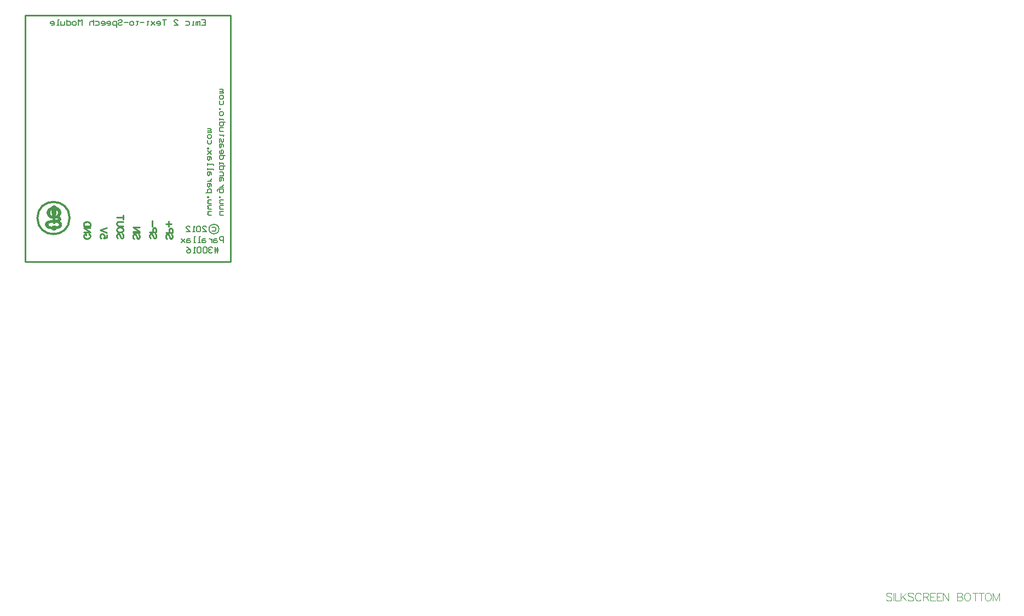
<source format=gbo>
%FSLAX25Y25*%
%MOIN*%
G70*
G01*
G75*
G04 Layer_Color=10080240*
%ADD10O,0.01772X0.05512*%
%ADD11R,0.05118X0.08268*%
%ADD12O,0.00984X0.06102*%
%ADD13O,0.06102X0.00984*%
%ADD14R,0.08661X0.11024*%
%ADD15R,0.11024X0.11024*%
%ADD16R,0.02362X0.03740*%
%ADD17O,0.05512X0.01378*%
%ADD18R,0.06693X0.04134*%
%ADD19C,0.03500*%
%ADD20C,0.02000*%
%ADD21C,0.01200*%
%ADD22C,0.00800*%
%ADD23C,0.01500*%
%ADD24C,0.01400*%
%ADD25C,0.01000*%
%ADD26C,0.00492*%
%ADD27C,0.00787*%
%ADD28C,0.06693*%
%ADD29R,0.06200X0.06200*%
%ADD30C,0.02000*%
%ADD31C,0.00984*%
%ADD32C,0.00100*%
%ADD33C,0.00394*%
%ADD34C,0.02500*%
%ADD35R,0.03937X0.04331*%
%ADD36R,0.04331X0.03937*%
%ADD37R,0.06000X0.05000*%
%ADD38R,0.05000X0.06000*%
%ADD39R,0.07087X0.05512*%
%ADD40R,0.05906X0.05118*%
%ADD41R,0.06200X0.06200*%
%ADD42C,0.06200*%
%ADD43C,0.03000*%
%ADD44C,0.04000*%
%ADD45R,0.03700X0.17300*%
%ADD46O,0.02572X0.06312*%
%ADD47R,0.05918X0.09068*%
%ADD48O,0.01784X0.06902*%
%ADD49O,0.06902X0.01784*%
%ADD50R,0.09461X0.11824*%
%ADD51R,0.11824X0.11824*%
%ADD52R,0.03162X0.04540*%
%ADD53O,0.06312X0.02178*%
%ADD54R,0.07493X0.04934*%
%ADD55C,0.07493*%
%ADD56R,0.07000X0.07000*%
%ADD57R,0.04737X0.05131*%
%ADD58R,0.05131X0.04737*%
%ADD59R,0.06800X0.05800*%
%ADD60R,0.05800X0.06800*%
%ADD61R,0.07887X0.06312*%
%ADD62R,0.06706X0.05918*%
%ADD63R,0.07000X0.07000*%
%ADD64C,0.07000*%
%ADD65R,0.23600X0.08000*%
D21*
X27022Y26527D02*
G03*
X27022Y26527I-9800J0D01*
G01*
D22*
X117900Y19800D02*
G03*
X117900Y19800I-3000J0D01*
G01*
X107467Y147299D02*
X109800D01*
Y143800D01*
X107467D01*
X109800Y145549D02*
X108634D01*
X106301Y143800D02*
Y146133D01*
X105718D01*
X105135Y145549D01*
Y143800D01*
Y145549D01*
X104552Y146133D01*
X103969Y145549D01*
Y143800D01*
X102802D02*
X101636D01*
X102219D01*
Y146133D01*
X102802D01*
X97554D02*
X99303D01*
X99887Y145549D01*
Y144383D01*
X99303Y143800D01*
X97554D01*
X90556D02*
X92889D01*
X90556Y146133D01*
Y146716D01*
X91139Y147299D01*
X92306D01*
X92889Y146716D01*
X85891Y147299D02*
X83558D01*
X84725D01*
Y143800D01*
X80643D02*
X81809D01*
X82392Y144383D01*
Y145549D01*
X81809Y146133D01*
X80643D01*
X80060Y145549D01*
Y144966D01*
X82392D01*
X78893Y146133D02*
X76561Y143800D01*
X77727Y144966D01*
X76561Y146133D01*
X78893Y143800D01*
X74811Y146716D02*
Y146133D01*
X75394D01*
X74228D01*
X74811D01*
Y144383D01*
X74228Y143800D01*
X72479Y145549D02*
X70146D01*
X68397Y146716D02*
Y146133D01*
X68980D01*
X67814D01*
X68397D01*
Y144383D01*
X67814Y143800D01*
X65481D02*
X64315D01*
X63732Y144383D01*
Y145549D01*
X64315Y146133D01*
X65481D01*
X66064Y145549D01*
Y144383D01*
X65481Y143800D01*
X62565Y145549D02*
X60233D01*
X56734Y146716D02*
X57317Y147299D01*
X58483D01*
X59066Y146716D01*
Y146133D01*
X58483Y145549D01*
X57317D01*
X56734Y144966D01*
Y144383D01*
X57317Y143800D01*
X58483D01*
X59066Y144383D01*
X55568Y142634D02*
Y146133D01*
X53818D01*
X53235Y145549D01*
Y144383D01*
X53818Y143800D01*
X55568D01*
X50319D02*
X51486D01*
X52069Y144383D01*
Y145549D01*
X51486Y146133D01*
X50319D01*
X49736Y145549D01*
Y144966D01*
X52069D01*
X46820Y143800D02*
X47987D01*
X48570Y144383D01*
Y145549D01*
X47987Y146133D01*
X46820D01*
X46237Y145549D01*
Y144966D01*
X48570D01*
X42738Y146133D02*
X44488D01*
X45071Y145549D01*
Y144383D01*
X44488Y143800D01*
X42738D01*
X41572Y147299D02*
Y143800D01*
Y145549D01*
X40989Y146133D01*
X39823D01*
X39239Y145549D01*
Y143800D01*
X34574D02*
Y147299D01*
X33408Y146133D01*
X32242Y147299D01*
Y143800D01*
X30492D02*
X29326D01*
X28743Y144383D01*
Y145549D01*
X29326Y146133D01*
X30492D01*
X31075Y145549D01*
Y144383D01*
X30492Y143800D01*
X25244Y147299D02*
Y143800D01*
X26993D01*
X27577Y144383D01*
Y145549D01*
X26993Y146133D01*
X25244D01*
X24078D02*
Y144383D01*
X23495Y143800D01*
X21745D01*
Y146133D01*
X20579Y143800D02*
X19412D01*
X19996D01*
Y147299D01*
X20579D01*
X15914Y143800D02*
X17080D01*
X17663Y144383D01*
Y145549D01*
X17080Y146133D01*
X15914D01*
X15330Y145549D01*
Y144966D01*
X17663D01*
X113333Y28400D02*
X111583D01*
X111000Y28983D01*
X111583Y29566D01*
X111000Y30149D01*
X111583Y30733D01*
X113333D01*
Y31899D02*
X111583D01*
X111000Y32482D01*
X111583Y33065D01*
X111000Y33648D01*
X111583Y34231D01*
X113333D01*
Y35398D02*
X111583D01*
X111000Y35981D01*
X111583Y36564D01*
X111000Y37147D01*
X111583Y37730D01*
X113333D01*
X111000Y38897D02*
X111583D01*
Y39480D01*
X111000D01*
Y38897D01*
X109834Y41812D02*
X113333D01*
Y43562D01*
X112749Y44145D01*
X111583D01*
X111000Y43562D01*
Y41812D01*
X113333Y45894D02*
Y47061D01*
X112749Y47644D01*
X111000D01*
Y45894D01*
X111583Y45311D01*
X112166Y45894D01*
Y47644D01*
X113333Y48810D02*
X111000D01*
X112166D01*
X112749Y49393D01*
X113333Y49976D01*
Y50560D01*
Y52892D02*
Y54058D01*
X112749Y54641D01*
X111000D01*
Y52892D01*
X111583Y52309D01*
X112166Y52892D01*
Y54641D01*
X111000Y55808D02*
Y56974D01*
Y56391D01*
X114499D01*
Y55808D01*
X111000Y58723D02*
Y59890D01*
Y59307D01*
X114499D01*
Y58723D01*
X113333Y62222D02*
Y63389D01*
X112749Y63972D01*
X111000D01*
Y62222D01*
X111583Y61639D01*
X112166Y62222D01*
Y63972D01*
X113333Y65138D02*
X111000Y67471D01*
X112166Y66304D01*
X113333Y67471D01*
X111000Y65138D01*
Y68637D02*
X111583D01*
Y69220D01*
X111000D01*
Y68637D01*
X113333Y73885D02*
Y72136D01*
X112749Y71553D01*
X111583D01*
X111000Y72136D01*
Y73885D01*
Y75635D02*
Y76801D01*
X111583Y77384D01*
X112749D01*
X113333Y76801D01*
Y75635D01*
X112749Y75052D01*
X111583D01*
X111000Y75635D01*
Y78550D02*
X113333D01*
Y79134D01*
X112749Y79717D01*
X111000D01*
X112749D01*
X113333Y80300D01*
X112749Y80883D01*
X111000D01*
X116917Y5400D02*
Y8899D01*
X115751D02*
Y5400D01*
X117500Y7733D02*
X115751D01*
X115167D01*
X117500Y6566D02*
X115167D01*
X114001Y8316D02*
X113418Y8899D01*
X112252D01*
X111669Y8316D01*
Y7733D01*
X112252Y7149D01*
X112835D01*
X112252D01*
X111669Y6566D01*
Y5983D01*
X112252Y5400D01*
X113418D01*
X114001Y5983D01*
X110502Y8316D02*
X109919Y8899D01*
X108753D01*
X108170Y8316D01*
Y5983D01*
X108753Y5400D01*
X109919D01*
X110502Y5983D01*
Y8316D01*
X107003D02*
X106420Y8899D01*
X105254D01*
X104671Y8316D01*
Y5983D01*
X105254Y5400D01*
X106420D01*
X107003Y5983D01*
Y8316D01*
X103505Y5400D02*
X102338D01*
X102921D01*
Y8899D01*
X103505Y8316D01*
X98256Y8899D02*
X99423Y8316D01*
X100589Y7149D01*
Y5983D01*
X100006Y5400D01*
X98839D01*
X98256Y5983D01*
Y6566D01*
X98839Y7149D01*
X100589D01*
X120600Y11700D02*
Y15199D01*
X118851D01*
X118267Y14616D01*
Y13449D01*
X118851Y12866D01*
X120600D01*
X116518Y14033D02*
X115352D01*
X114769Y13449D01*
Y11700D01*
X116518D01*
X117101Y12283D01*
X116518Y12866D01*
X114769D01*
X113602Y14033D02*
Y11700D01*
Y12866D01*
X113019Y13449D01*
X112436Y14033D01*
X111853D01*
X109520D02*
X108354D01*
X107771Y13449D01*
Y11700D01*
X109520D01*
X110103Y12283D01*
X109520Y12866D01*
X107771D01*
X106605Y11700D02*
X105438D01*
X106021D01*
Y15199D01*
X106605D01*
X103689Y11700D02*
X102523D01*
X103106D01*
Y15199D01*
X103689D01*
X100190Y14033D02*
X99024D01*
X98440Y13449D01*
Y11700D01*
X100190D01*
X100773Y12283D01*
X100190Y12866D01*
X98440D01*
X97274Y14033D02*
X94942Y11700D01*
X96108Y12866D01*
X94942Y14033D01*
X97274Y11700D01*
X113767Y20933D02*
X115517D01*
X116100Y20349D01*
Y19183D01*
X115517Y18600D01*
X113767D01*
X107867Y18100D02*
X110200D01*
X107867Y20433D01*
Y21016D01*
X108451Y21599D01*
X109617D01*
X110200Y21016D01*
X106701D02*
X106118Y21599D01*
X104952D01*
X104369Y21016D01*
Y18683D01*
X104952Y18100D01*
X106118D01*
X106701Y18683D01*
Y21016D01*
X103202Y18100D02*
X102036D01*
X102619D01*
Y21599D01*
X103202Y21016D01*
X97954Y18100D02*
X100286D01*
X97954Y20433D01*
Y21016D01*
X98537Y21599D01*
X99703D01*
X100286Y21016D01*
X120533Y28400D02*
X118783D01*
X118200Y28983D01*
X118783Y29566D01*
X118200Y30149D01*
X118783Y30733D01*
X120533D01*
Y31899D02*
X118783D01*
X118200Y32482D01*
X118783Y33065D01*
X118200Y33648D01*
X118783Y34231D01*
X120533D01*
Y35398D02*
X118783D01*
X118200Y35981D01*
X118783Y36564D01*
X118200Y37147D01*
X118783Y37730D01*
X120533D01*
X118200Y38897D02*
X118783D01*
Y39480D01*
X118200D01*
Y38897D01*
X117034Y42979D02*
Y43562D01*
X117617Y44145D01*
X120533D01*
Y42395D01*
X119949Y41812D01*
X118783D01*
X118200Y42395D01*
Y44145D01*
X120533Y45311D02*
X118200D01*
X119366D01*
X119949Y45894D01*
X120533Y46477D01*
Y47061D01*
Y49393D02*
Y50560D01*
X119949Y51143D01*
X118200D01*
Y49393D01*
X118783Y48810D01*
X119366Y49393D01*
Y51143D01*
X118200Y52309D02*
X120533D01*
Y54058D01*
X119949Y54641D01*
X118200D01*
X121699Y58140D02*
X118200D01*
Y56391D01*
X118783Y55808D01*
X119949D01*
X120533Y56391D01*
Y58140D01*
X118200Y59307D02*
Y60473D01*
Y59890D01*
X120533D01*
Y59307D01*
X121699Y64555D02*
X118200D01*
Y62805D01*
X118783Y62222D01*
X119949D01*
X120533Y62805D01*
Y64555D01*
X118200Y67471D02*
Y66304D01*
X118783Y65721D01*
X119949D01*
X120533Y66304D01*
Y67471D01*
X119949Y68054D01*
X119366D01*
Y65721D01*
X120533Y69803D02*
Y70970D01*
X119949Y71553D01*
X118200D01*
Y69803D01*
X118783Y69220D01*
X119366Y69803D01*
Y71553D01*
X118200Y72719D02*
Y74468D01*
X118783Y75052D01*
X119366Y74468D01*
Y73302D01*
X119949Y72719D01*
X120533Y73302D01*
Y75052D01*
X121116Y76801D02*
X120533D01*
Y76218D01*
Y77384D01*
Y76801D01*
X118783D01*
X118200Y77384D01*
X120533Y79134D02*
X118783D01*
X118200Y79717D01*
Y81466D01*
X120533D01*
X121699Y84965D02*
X118200D01*
Y83216D01*
X118783Y82632D01*
X119949D01*
X120533Y83216D01*
Y84965D01*
X118200Y86131D02*
Y87298D01*
Y86715D01*
X120533D01*
Y86131D01*
X118200Y89630D02*
Y90797D01*
X118783Y91380D01*
X119949D01*
X120533Y90797D01*
Y89630D01*
X119949Y89047D01*
X118783D01*
X118200Y89630D01*
Y92546D02*
X118783D01*
Y93129D01*
X118200D01*
Y92546D01*
X120533Y97794D02*
Y96045D01*
X119949Y95462D01*
X118783D01*
X118200Y96045D01*
Y97794D01*
Y99544D02*
Y100710D01*
X118783Y101293D01*
X119949D01*
X120533Y100710D01*
Y99544D01*
X119949Y98961D01*
X118783D01*
X118200Y99544D01*
Y102459D02*
X120533D01*
Y103042D01*
X119949Y103626D01*
X118200D01*
X119949D01*
X120533Y104209D01*
X119949Y104792D01*
X118200D01*
D25*
X79128Y16866D02*
X79509Y16485D01*
X79699Y15914D01*
Y15152D01*
X79509Y14581D01*
X79128Y14200D01*
X78747D01*
X78366Y14390D01*
X78176Y14581D01*
X77985Y14962D01*
X77604Y16104D01*
X77414Y16485D01*
X77223Y16676D01*
X76843Y16866D01*
X76271D01*
X75890Y16485D01*
X75700Y15914D01*
Y15152D01*
X75890Y14581D01*
X76271Y14200D01*
X77604Y17761D02*
Y19475D01*
X77795Y20046D01*
X77985Y20237D01*
X78366Y20427D01*
X78937D01*
X79318Y20237D01*
X79509Y20046D01*
X79699Y19475D01*
Y17761D01*
X75700D01*
X77414Y21322D02*
Y24750D01*
X89028Y16666D02*
X89409Y16285D01*
X89599Y15714D01*
Y14952D01*
X89409Y14381D01*
X89028Y14000D01*
X88647D01*
X88266Y14190D01*
X88076Y14381D01*
X87885Y14762D01*
X87504Y15904D01*
X87314Y16285D01*
X87124Y16476D01*
X86743Y16666D01*
X86171D01*
X85790Y16285D01*
X85600Y15714D01*
Y14952D01*
X85790Y14381D01*
X86171Y14000D01*
X87504Y17561D02*
Y19275D01*
X87695Y19846D01*
X87885Y20037D01*
X88266Y20227D01*
X88837D01*
X89218Y20037D01*
X89409Y19846D01*
X89599Y19275D01*
Y17561D01*
X85600D01*
X89028Y22836D02*
X85600D01*
X87314Y21122D02*
Y24550D01*
X69028Y16666D02*
X69409Y16285D01*
X69599Y15714D01*
Y14952D01*
X69409Y14381D01*
X69028Y14000D01*
X68647D01*
X68266Y14190D01*
X68076Y14381D01*
X67885Y14762D01*
X67504Y15904D01*
X67314Y16285D01*
X67124Y16476D01*
X66743Y16666D01*
X66171D01*
X65790Y16285D01*
X65600Y15714D01*
Y14952D01*
X65790Y14381D01*
X66171Y14000D01*
X69599Y17561D02*
X65600D01*
X69599Y18399D02*
X65600D01*
X69599D02*
X65600Y21065D01*
X69599D02*
X65600D01*
X59128Y16866D02*
X59509Y16485D01*
X59699Y15914D01*
Y15152D01*
X59509Y14581D01*
X59128Y14200D01*
X58747D01*
X58366Y14390D01*
X58176Y14581D01*
X57985Y14962D01*
X57604Y16104D01*
X57414Y16485D01*
X57223Y16676D01*
X56843Y16866D01*
X56271D01*
X55890Y16485D01*
X55700Y15914D01*
Y15152D01*
X55890Y14581D01*
X56271Y14200D01*
X59699Y18904D02*
X59509Y18523D01*
X59128Y18142D01*
X58747Y17952D01*
X58176Y17761D01*
X57223D01*
X56652Y17952D01*
X56271Y18142D01*
X55890Y18523D01*
X55700Y18904D01*
Y19666D01*
X55890Y20046D01*
X56271Y20427D01*
X56652Y20618D01*
X57223Y20808D01*
X58176D01*
X58747Y20618D01*
X59128Y20427D01*
X59509Y20046D01*
X59699Y19666D01*
Y18904D01*
Y21741D02*
X56843D01*
X56271Y21932D01*
X55890Y22312D01*
X55700Y22884D01*
Y23265D01*
X55890Y23836D01*
X56271Y24217D01*
X56843Y24407D01*
X59699D01*
Y26845D02*
X55700D01*
X59699Y25512D02*
Y28178D01*
X49499Y16385D02*
Y14481D01*
X47785Y14290D01*
X47976Y14481D01*
X48166Y15052D01*
Y15623D01*
X47976Y16195D01*
X47595Y16576D01*
X47023Y16766D01*
X46643D01*
X46071Y16576D01*
X45690Y16195D01*
X45500Y15623D01*
Y15052D01*
X45690Y14481D01*
X45881Y14290D01*
X46262Y14100D01*
X49499Y17661D02*
X45500Y19185D01*
X49499Y20708D02*
X45500Y19185D01*
X38647Y16857D02*
X39028Y16666D01*
X39409Y16285D01*
X39599Y15904D01*
Y15143D01*
X39409Y14762D01*
X39028Y14381D01*
X38647Y14190D01*
X38076Y14000D01*
X37124D01*
X36552Y14190D01*
X36171Y14381D01*
X35790Y14762D01*
X35600Y15143D01*
Y15904D01*
X35790Y16285D01*
X36171Y16666D01*
X36552Y16857D01*
X37124D01*
Y15904D02*
Y16857D01*
X39599Y17771D02*
X35600D01*
X39599D02*
X35600Y20437D01*
X39599D02*
X35600D01*
X39599Y21541D02*
X35600D01*
X39599D02*
Y22874D01*
X39409Y23446D01*
X39028Y23826D01*
X38647Y24017D01*
X38076Y24207D01*
X37124D01*
X36552Y24017D01*
X36171Y23826D01*
X35790Y23446D01*
X35600Y22874D01*
Y21541D01*
X0Y0D02*
X125000D01*
X0Y150000D02*
X125000D01*
X0Y0D02*
Y150000D01*
X125000Y0D02*
Y150000D01*
D26*
X527484Y-202357D02*
X527015Y-201888D01*
X526313Y-201654D01*
X525375D01*
X524673Y-201888D01*
X524204Y-202357D01*
Y-202825D01*
X524438Y-203294D01*
X524673Y-203528D01*
X525141Y-203763D01*
X526547Y-204231D01*
X527015Y-204465D01*
X527250Y-204700D01*
X527484Y-205168D01*
Y-205871D01*
X527015Y-206340D01*
X526313Y-206574D01*
X525375D01*
X524673Y-206340D01*
X524204Y-205871D01*
X528585Y-201654D02*
Y-206574D01*
X529616Y-201654D02*
Y-206574D01*
X532428D01*
X532967Y-201654D02*
Y-206574D01*
X536247Y-201654D02*
X532967Y-204934D01*
X534138Y-203763D02*
X536247Y-206574D01*
X540628Y-202357D02*
X540160Y-201888D01*
X539457Y-201654D01*
X538519D01*
X537816Y-201888D01*
X537348Y-202357D01*
Y-202825D01*
X537582Y-203294D01*
X537816Y-203528D01*
X538285Y-203763D01*
X539691Y-204231D01*
X540160Y-204465D01*
X540394Y-204700D01*
X540628Y-205168D01*
Y-205871D01*
X540160Y-206340D01*
X539457Y-206574D01*
X538519D01*
X537816Y-206340D01*
X537348Y-205871D01*
X545244Y-202825D02*
X545009Y-202357D01*
X544541Y-201888D01*
X544072Y-201654D01*
X543135D01*
X542666Y-201888D01*
X542198Y-202357D01*
X541964Y-202825D01*
X541729Y-203528D01*
Y-204700D01*
X541964Y-205402D01*
X542198Y-205871D01*
X542666Y-206340D01*
X543135Y-206574D01*
X544072D01*
X544541Y-206340D01*
X545009Y-205871D01*
X545244Y-205402D01*
X546626Y-201654D02*
Y-206574D01*
Y-201654D02*
X548735D01*
X549438Y-201888D01*
X549672Y-202122D01*
X549906Y-202591D01*
Y-203060D01*
X549672Y-203528D01*
X549438Y-203763D01*
X548735Y-203997D01*
X546626D01*
X548266D02*
X549906Y-206574D01*
X554053Y-201654D02*
X551007D01*
Y-206574D01*
X554053D01*
X551007Y-203997D02*
X552882D01*
X557919Y-201654D02*
X554873D01*
Y-206574D01*
X557919D01*
X554873Y-203997D02*
X556748D01*
X558739Y-201654D02*
Y-206574D01*
Y-201654D02*
X562019Y-206574D01*
Y-201654D02*
Y-206574D01*
X567244Y-201654D02*
Y-206574D01*
Y-201654D02*
X569353D01*
X570056Y-201888D01*
X570290Y-202122D01*
X570524Y-202591D01*
Y-203060D01*
X570290Y-203528D01*
X570056Y-203763D01*
X569353Y-203997D01*
X567244D02*
X569353D01*
X570056Y-204231D01*
X570290Y-204465D01*
X570524Y-204934D01*
Y-205637D01*
X570290Y-206105D01*
X570056Y-206340D01*
X569353Y-206574D01*
X567244D01*
X573031Y-201654D02*
X572563Y-201888D01*
X572094Y-202357D01*
X571860Y-202825D01*
X571625Y-203528D01*
Y-204700D01*
X571860Y-205402D01*
X572094Y-205871D01*
X572563Y-206340D01*
X573031Y-206574D01*
X573968D01*
X574437Y-206340D01*
X574905Y-205871D01*
X575140Y-205402D01*
X575374Y-204700D01*
Y-203528D01*
X575140Y-202825D01*
X574905Y-202357D01*
X574437Y-201888D01*
X573968Y-201654D01*
X573031D01*
X578162D02*
Y-206574D01*
X576522Y-201654D02*
X579802D01*
X582028D02*
Y-206574D01*
X580388Y-201654D02*
X583668D01*
X585660D02*
X585191Y-201888D01*
X584723Y-202357D01*
X584488Y-202825D01*
X584254Y-203528D01*
Y-204700D01*
X584488Y-205402D01*
X584723Y-205871D01*
X585191Y-206340D01*
X585660Y-206574D01*
X586597D01*
X587066Y-206340D01*
X587534Y-205871D01*
X587768Y-205402D01*
X588003Y-204700D01*
Y-203528D01*
X587768Y-202825D01*
X587534Y-202357D01*
X587066Y-201888D01*
X586597Y-201654D01*
X585660D01*
X589151D02*
Y-206574D01*
Y-201654D02*
X591025Y-206574D01*
X592899Y-201654D02*
X591025Y-206574D01*
X592899Y-201654D02*
Y-206574D01*
D32*
X16950Y34117D02*
X17850D01*
X16750Y34017D02*
X18050D01*
X16550Y33917D02*
X18250D01*
X16450Y33817D02*
X18350D01*
X16350Y33717D02*
X18450D01*
X16350Y33617D02*
X18550D01*
X16250Y33517D02*
X18550D01*
X16150Y33417D02*
X18650D01*
X16150Y33317D02*
X18650D01*
X15850Y33217D02*
X19050D01*
X15550Y33117D02*
X19250D01*
X15250Y33017D02*
X19550D01*
X15050Y32917D02*
X19750D01*
X14850Y32817D02*
X19850D01*
X14750Y32717D02*
X20050D01*
X14550Y32617D02*
X20150D01*
X14450Y32517D02*
X20250D01*
X14250Y32417D02*
X20450D01*
X14150Y32317D02*
X20550D01*
X14050Y32217D02*
X20650D01*
X13950Y32117D02*
X20750D01*
X13950Y32017D02*
X20750D01*
X13850Y31917D02*
X20850D01*
X13750Y31817D02*
X20950D01*
X13650Y31717D02*
X21050D01*
X18950Y31617D02*
X21050D01*
X15950D02*
X18850D01*
X13650D02*
X15750D01*
X19150Y31517D02*
X21150D01*
X15950D02*
X18850D01*
X13550D02*
X15650D01*
X19250Y31417D02*
X21250D01*
X15950D02*
X18850D01*
X13550D02*
X15550D01*
X19350Y31317D02*
X21250D01*
X16050D02*
X18850D01*
X13450D02*
X15450D01*
X19450Y31217D02*
X21350D01*
X16050D02*
X18850D01*
X13450D02*
X15350D01*
X19450Y31117D02*
X21350D01*
X16050D02*
X18850D01*
X13350D02*
X15250D01*
X19550Y31017D02*
X21350D01*
X16050D02*
X18750D01*
X13350D02*
X15250D01*
X19650Y30917D02*
X21450D01*
X16050D02*
X18750D01*
X13350D02*
X15150D01*
X19650Y30817D02*
X21450D01*
X16050D02*
X18750D01*
X13250D02*
X15050D01*
X19750Y30717D02*
X21450D01*
X16050D02*
X18750D01*
X13250D02*
X15050D01*
X19750Y30617D02*
X21450D01*
X16050D02*
X18750D01*
X13250D02*
X15050D01*
X19750Y30517D02*
X21550D01*
X16150D02*
X18750D01*
X13250D02*
X14950D01*
X19850Y30417D02*
X21550D01*
X16150D02*
X18750D01*
X13150D02*
X14950D01*
X19850Y30317D02*
X21550D01*
X16150D02*
X18750D01*
X13150D02*
X14950D01*
X19850Y30217D02*
X21550D01*
X16150D02*
X18650D01*
X13150D02*
X14850D01*
X19850Y30117D02*
X21550D01*
X16150D02*
X18650D01*
X13150D02*
X14850D01*
X19850Y30017D02*
X21550D01*
X16150D02*
X18650D01*
X13150D02*
X14850D01*
X19850Y29917D02*
X21550D01*
X16150D02*
X18650D01*
X13150D02*
X14850D01*
X19850Y29817D02*
X21550D01*
X16150D02*
X18650D01*
X13150D02*
X14850D01*
X19850Y29717D02*
X21550D01*
X16150D02*
X18650D01*
X13150D02*
X14850D01*
X19850Y29617D02*
X21550D01*
X16250D02*
X18650D01*
X13150D02*
X14850D01*
X19850Y29517D02*
X21550D01*
X16250D02*
X18550D01*
X13150D02*
X14850D01*
X19850Y29417D02*
X21550D01*
X16250D02*
X18550D01*
X13150D02*
X14850D01*
X19850Y29317D02*
X21550D01*
X16250D02*
X18550D01*
X13150D02*
X14850D01*
X19750Y29217D02*
X21550D01*
X16250D02*
X18550D01*
X13250D02*
X14950D01*
X19750Y29117D02*
X21450D01*
X16250D02*
X18550D01*
X13250D02*
X14950D01*
X19750Y29017D02*
X21450D01*
X16250D02*
X18550D01*
X13250D02*
X14950D01*
X19650Y28917D02*
X21450D01*
X16250D02*
X18550D01*
X13250D02*
X15050D01*
X19650Y28817D02*
X21350D01*
X16350D02*
X18550D01*
X13350D02*
X15050D01*
X19550Y28717D02*
X21350D01*
X16350D02*
X18450D01*
X13350D02*
X15150D01*
X19550Y28617D02*
X21350D01*
X16350D02*
X18450D01*
X13350D02*
X15150D01*
X19450Y28517D02*
X21250D01*
X16350D02*
X18450D01*
X13450D02*
X15250D01*
X19350Y28417D02*
X21250D01*
X16350D02*
X18450D01*
X13450D02*
X15350D01*
X19250Y28317D02*
X21150D01*
X16350D02*
X18450D01*
X13550D02*
X15450D01*
X19150Y28217D02*
X21150D01*
X16350D02*
X18450D01*
X13550D02*
X15550D01*
X19050Y28117D02*
X21050D01*
X16350D02*
X18450D01*
X13650D02*
X15750D01*
X18850Y28017D02*
X20950D01*
X16350D02*
X18350D01*
X13750D02*
X15950D01*
X18750Y27917D02*
X20950D01*
X16450D02*
X18350D01*
X13750D02*
X16150D01*
X18450Y27817D02*
X20850D01*
X16450D02*
X18350D01*
X13850D02*
X16350D01*
X13950Y27717D02*
X20750D01*
X14050Y27617D02*
X20650D01*
X14150Y27517D02*
X20550D01*
X14250Y27417D02*
X20650D01*
X14350Y27317D02*
X20750D01*
X14450Y27217D02*
X20850D01*
X14550Y27117D02*
X20950D01*
X14650Y27017D02*
X21050D01*
X14850Y26917D02*
X21150D01*
X15050Y26817D02*
X21250D01*
X15250Y26717D02*
X21350D01*
X19450Y26617D02*
X21350D01*
X15450D02*
X19250D01*
X19550Y26517D02*
X21450D01*
X15750D02*
X18950D01*
X19750Y26417D02*
X21450D01*
X16050D02*
X18550D01*
X19850Y26317D02*
X21550D01*
X16550D02*
X18150D01*
X19950Y26217D02*
X21550D01*
X16650D02*
X18150D01*
X19950Y26117D02*
X21550D01*
X16650D02*
X18150D01*
X19950Y26017D02*
X21550D01*
X16650D02*
X18150D01*
X19950Y25917D02*
X21550D01*
X16650D02*
X18150D01*
X19750Y25817D02*
X21550D01*
X16650D02*
X18150D01*
X19550Y25717D02*
X21550D01*
X16650D02*
X18150D01*
X19150Y25617D02*
X21550D01*
X16650D02*
X18150D01*
X18450Y25517D02*
X21450D01*
X16650D02*
X18150D01*
X16650Y25417D02*
X21450D01*
X16450Y25317D02*
X21450D01*
X15550Y25217D02*
X21350D01*
X14850Y25117D02*
X21250D01*
X14350Y25017D02*
X21150D01*
X13950Y24917D02*
X21050D01*
X13750Y24817D02*
X20950D01*
X13450Y24717D02*
X20750D01*
X13250Y24617D02*
X20650D01*
X13150Y24517D02*
X20850D01*
X12950Y24417D02*
X21050D01*
X12850Y24317D02*
X21250D01*
X12750Y24217D02*
X21350D01*
X12650Y24117D02*
X21450D01*
X18150Y24017D02*
X21550D01*
X12550D02*
X18050D01*
X18950Y23917D02*
X21650D01*
X16850D02*
X17950D01*
X12450D02*
X15850D01*
X19250Y23817D02*
X21750D01*
X16850D02*
X17950D01*
X12450D02*
X15250D01*
X19550Y23717D02*
X21850D01*
X16850D02*
X17950D01*
X12350D02*
X14850D01*
X19750Y23617D02*
X21950D01*
X16950D02*
X17950D01*
X12350D02*
X14550D01*
X19950Y23517D02*
X21950D01*
X16950D02*
X17950D01*
X12250D02*
X14350D01*
X20050Y23417D02*
X22050D01*
X16950D02*
X17950D01*
X12250D02*
X14150D01*
X20250Y23317D02*
X22050D01*
X16950D02*
X17950D01*
X12250D02*
X14050D01*
X20350Y23217D02*
X22050D01*
X16950D02*
X17950D01*
X12150D02*
X13950D01*
X20350Y23117D02*
X22150D01*
X16950D02*
X17850D01*
X12150D02*
X13850D01*
X20450Y23017D02*
X22150D01*
X12150D02*
X13850D01*
X20450Y22917D02*
X22150D01*
X12150D02*
X13850D01*
X20550Y22817D02*
X22150D01*
X12150D02*
X13750D01*
X20550Y22717D02*
X22150D01*
X12150D02*
X13750D01*
X20550Y22617D02*
X22150D01*
X12150D02*
X13750D01*
X20550Y22517D02*
X22150D01*
X12150D02*
X13850D01*
X20550Y22417D02*
X22150D01*
X12150D02*
X13850D01*
X20550Y22317D02*
X22150D01*
X12150D02*
X13850D01*
X20450Y22217D02*
X22150D01*
X12150D02*
X13950D01*
X20350Y22117D02*
X22150D01*
X12150D02*
X13950D01*
X20350Y22017D02*
X22150D01*
X17050D02*
X17750D01*
X12250D02*
X14050D01*
X20150Y21917D02*
X22050D01*
X16750D02*
X18050D01*
X12250D02*
X14150D01*
X20050Y21817D02*
X22050D01*
X16550D02*
X18250D01*
X12250D02*
X14250D01*
X19850Y21717D02*
X21950D01*
X16450D02*
X18350D01*
X12350D02*
X14450D01*
X19550Y21617D02*
X21950D01*
X16350D02*
X18450D01*
X12350D02*
X14650D01*
X19250Y21517D02*
X21850D01*
X16250D02*
X18550D01*
X12450D02*
X14850D01*
X18750Y21417D02*
X21850D01*
X16250D02*
X18650D01*
X12550D02*
X15250D01*
X16150Y21317D02*
X21750D01*
X12550D02*
X15950D01*
X12650Y21217D02*
X21650D01*
X12750Y21117D02*
X21550D01*
X12850Y21017D02*
X21450D01*
X13050Y20917D02*
X21250D01*
X13150Y20817D02*
X21150D01*
X13350Y20717D02*
X20950D01*
X13450Y20617D02*
X20850D01*
X13650Y20517D02*
X20550D01*
X13850Y20417D02*
X20350D01*
X14150Y20317D02*
X20050D01*
X14450Y20217D02*
X19750D01*
X14950Y20117D02*
X19250D01*
X15550Y20017D02*
X18750D01*
X16150Y19917D02*
X18750D01*
X16150Y19817D02*
X18650D01*
X16250Y19717D02*
X18650D01*
X16350Y19617D02*
X18550D01*
X16450Y19517D02*
X18450D01*
X16550Y19417D02*
X18350D01*
X16750Y19317D02*
X18150D01*
X16950Y19217D02*
X17950D01*
M02*

</source>
